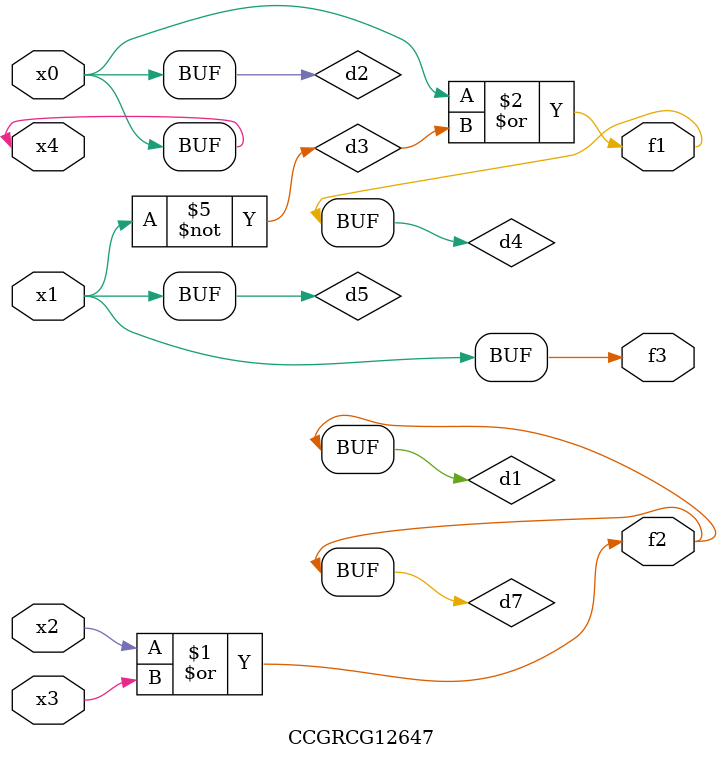
<source format=v>
module CCGRCG12647(
	input x0, x1, x2, x3, x4,
	output f1, f2, f3
);

	wire d1, d2, d3, d4, d5, d6, d7;

	or (d1, x2, x3);
	buf (d2, x0, x4);
	not (d3, x1);
	or (d4, d2, d3);
	not (d5, d3);
	nand (d6, d1, d3);
	or (d7, d1);
	assign f1 = d4;
	assign f2 = d7;
	assign f3 = d5;
endmodule

</source>
